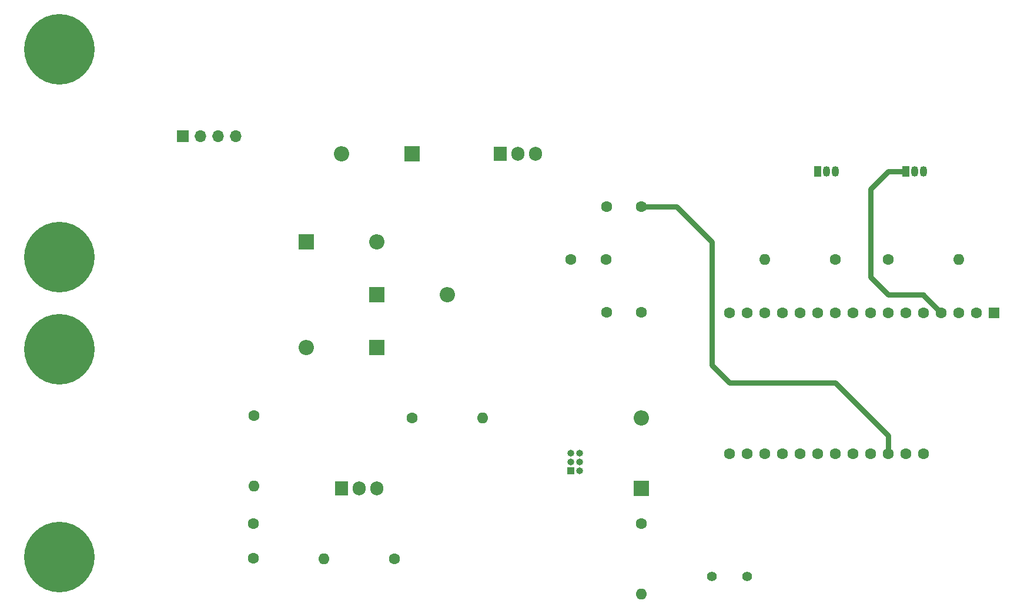
<source format=gbr>
%TF.GenerationSoftware,KiCad,Pcbnew,7.0.1*%
%TF.CreationDate,2023-06-24T23:24:17-03:00*%
%TF.ProjectId,Aquario_inteligente,41717561-7269-46f5-9f69-6e74656c6967,rev?*%
%TF.SameCoordinates,Original*%
%TF.FileFunction,Copper,L1,Top*%
%TF.FilePolarity,Positive*%
%FSLAX46Y46*%
G04 Gerber Fmt 4.6, Leading zero omitted, Abs format (unit mm)*
G04 Created by KiCad (PCBNEW 7.0.1) date 2023-06-24 23:24:17*
%MOMM*%
%LPD*%
G01*
G04 APERTURE LIST*
%TA.AperFunction,ComponentPad*%
%ADD10C,1.600000*%
%TD*%
%TA.AperFunction,ComponentPad*%
%ADD11C,1.400000*%
%TD*%
%TA.AperFunction,ComponentPad*%
%ADD12R,2.200000X2.200000*%
%TD*%
%TA.AperFunction,ComponentPad*%
%ADD13O,2.200000X2.200000*%
%TD*%
%TA.AperFunction,ComponentPad*%
%ADD14O,1.000000X1.000000*%
%TD*%
%TA.AperFunction,ComponentPad*%
%ADD15R,1.000000X1.000000*%
%TD*%
%TA.AperFunction,ComponentPad*%
%ADD16R,1.905000X2.000000*%
%TD*%
%TA.AperFunction,ComponentPad*%
%ADD17O,1.905000X2.000000*%
%TD*%
%TA.AperFunction,ComponentPad*%
%ADD18C,10.160000*%
%TD*%
%TA.AperFunction,ComponentPad*%
%ADD19O,1.600000X1.600000*%
%TD*%
%TA.AperFunction,ComponentPad*%
%ADD20R,1.050000X1.500000*%
%TD*%
%TA.AperFunction,ComponentPad*%
%ADD21O,1.050000X1.500000*%
%TD*%
%TA.AperFunction,ComponentPad*%
%ADD22R,1.700000X1.700000*%
%TD*%
%TA.AperFunction,ComponentPad*%
%ADD23O,1.700000X1.700000*%
%TD*%
%TA.AperFunction,ComponentPad*%
%ADD24R,1.600000X1.600000*%
%TD*%
%TA.AperFunction,Conductor*%
%ADD25C,0.800000*%
%TD*%
G04 APERTURE END LIST*
D10*
%TO.P,C2,1*%
%TO.N,Net-(D3-K)*%
X156210000Y-95250000D03*
%TO.P,C2,2*%
%TO.N,Net-(A1-GND)*%
X161210000Y-95250000D03*
%TD*%
D11*
%TO.P,J2,1,Pin_1*%
%TO.N,Net-(A1-SDA{slash}IO4)*%
X176530000Y-140970000D03*
%TD*%
D12*
%TO.P,D3,1,K*%
%TO.N,Net-(D3-K)*%
X128270000Y-107950000D03*
D13*
%TO.P,D3,2,A*%
%TO.N,Net-(D2-K)*%
X118110000Y-107950000D03*
%TD*%
D14*
%TO.P,U2,1*%
%TO.N,Net-(D5-K)*%
X157480000Y-125730000D03*
%TO.P,U2,2*%
%TO.N,Net-(A1-GND)*%
X157480000Y-124460000D03*
%TO.P,U2,3,NC*%
%TO.N,unconnected-(U2-NC-Pad3)*%
X157480000Y-123190000D03*
%TO.P,U2,4*%
%TO.N,Net-(Q1-G)*%
X156210000Y-123190000D03*
%TO.P,U2,5,NC*%
%TO.N,unconnected-(U2-NC-Pad5)*%
X156210000Y-124460000D03*
D15*
%TO.P,U2,6*%
%TO.N,Net-(R2-Pad2)*%
X156210000Y-125730000D03*
%TD*%
D16*
%TO.P,U1,1,VI*%
%TO.N,Net-(D3-K)*%
X146050000Y-80010000D03*
D17*
%TO.P,U1,2,GND*%
%TO.N,Net-(A1-GND)*%
X148590000Y-80010000D03*
%TO.P,U1,3,VO*%
%TO.N,Net-(A1-USB)*%
X151130000Y-80010000D03*
%TD*%
D10*
%TO.P,C4,1*%
%TO.N,Net-(J1-AC_P)*%
X110490000Y-138350000D03*
%TO.P,C4,2*%
%TO.N,Net-(C4-Pad2)*%
X110490000Y-133350000D03*
%TD*%
D18*
%TO.P,J1,1,AC_P*%
%TO.N,Net-(J1-AC_P)*%
X82550000Y-138190000D03*
%TO.P,J1,2,AC_N*%
%TO.N,Net-(J1-AC_N)*%
X82550000Y-108220000D03*
%TD*%
D10*
%TO.P,R1,1*%
%TO.N,Net-(D5-K)*%
X166370000Y-133350000D03*
D19*
%TO.P,R1,2*%
%TO.N,Net-(A1-IO2)*%
X166370000Y-143510000D03*
%TD*%
D10*
%TO.P,C1,1*%
%TO.N,Net-(A1-GND)*%
X161370000Y-87630000D03*
%TO.P,C1,2*%
%TO.N,Net-(A1-USB)*%
X166370000Y-87630000D03*
%TD*%
D18*
%TO.P,P1,1,AC_P*%
%TO.N,Net-(P1-AC_P)*%
X82550000Y-65010000D03*
%TO.P,P1,2,AC_N*%
%TO.N,Net-(J1-AC_N)*%
X82550000Y-94980000D03*
%TD*%
D20*
%TO.P,U3,1,GND*%
%TO.N,Net-(A1-GND)*%
X204470000Y-82550000D03*
D21*
%TO.P,U3,2,DQ*%
%TO.N,Net-(A1-IO16)*%
X205740000Y-82550000D03*
%TO.P,U3,3,V_{DD}*%
%TO.N,Net-(A1-3V3)*%
X207010000Y-82550000D03*
%TD*%
D10*
%TO.P,R4,1*%
%TO.N,Net-(P1-AC_P)*%
X110575000Y-117840000D03*
D19*
%TO.P,R4,2*%
%TO.N,Net-(C4-Pad2)*%
X110575000Y-128000000D03*
%TD*%
D11*
%TO.P,J3,1,Pin_1*%
%TO.N,Net-(A1-SCL{slash}IO5)*%
X181610000Y-140970000D03*
%TD*%
D10*
%TO.P,C3,1*%
%TO.N,Net-(D3-K)*%
X161370000Y-102870000D03*
%TO.P,C3,2*%
%TO.N,Net-(A1-GND)*%
X166370000Y-102870000D03*
%TD*%
D12*
%TO.P,D5,1,K*%
%TO.N,Net-(D5-K)*%
X166370000Y-128270000D03*
D13*
%TO.P,D5,2,A*%
%TO.N,Net-(A1-GND)*%
X166370000Y-118110000D03*
%TD*%
D10*
%TO.P,R6,1*%
%TO.N,Net-(A1-3V3)*%
X194310000Y-95250000D03*
D19*
%TO.P,R6,2*%
%TO.N,Net-(A1-IO0)*%
X184150000Y-95250000D03*
%TD*%
D20*
%TO.P,U4,1,GND*%
%TO.N,Net-(A1-GND)*%
X191770000Y-82550000D03*
D21*
%TO.P,U4,2,DQ*%
%TO.N,Net-(A1-IO0)*%
X193040000Y-82550000D03*
%TO.P,U4,3,V_{DD}*%
%TO.N,Net-(A1-3V3)*%
X194310000Y-82550000D03*
%TD*%
D10*
%TO.P,R3,1*%
%TO.N,Net-(Q1-G)*%
X130810000Y-138430000D03*
D19*
%TO.P,R3,2*%
%TO.N,Net-(J1-AC_P)*%
X120650000Y-138430000D03*
%TD*%
D10*
%TO.P,R5,1*%
%TO.N,Net-(A1-3V3)*%
X201930000Y-95250000D03*
D19*
%TO.P,R5,2*%
%TO.N,Net-(A1-IO16)*%
X212090000Y-95250000D03*
%TD*%
D22*
%TO.P,T1,1,AA*%
%TO.N,Net-(P1-AC_P)*%
X100330000Y-77470000D03*
D23*
%TO.P,T1,2,AB*%
%TO.N,Net-(J1-AC_N)*%
X102870000Y-77470000D03*
%TO.P,T1,3,SA*%
%TO.N,Net-(D2-K)*%
X105410000Y-77470000D03*
%TO.P,T1,4,SB*%
%TO.N,Net-(D1-K)*%
X107950000Y-77470000D03*
%TD*%
D12*
%TO.P,D2,1,K*%
%TO.N,Net-(D2-K)*%
X128270000Y-100330000D03*
D13*
%TO.P,D2,2,A*%
%TO.N,Net-(A1-GND)*%
X138430000Y-100330000D03*
%TD*%
D24*
%TO.P,A1,1,~{RESET}*%
%TO.N,unconnected-(A1-~{RESET}-Pad1)*%
X217170000Y-102977500D03*
D10*
%TO.P,A1,2,3V3*%
%TO.N,Net-(A1-3V3)*%
X214630000Y-102977500D03*
%TO.P,A1,3,NC*%
%TO.N,unconnected-(A1-NC-Pad3)*%
X212090000Y-102977500D03*
%TO.P,A1,4,GND*%
%TO.N,Net-(A1-GND)*%
X209550000Y-102977500D03*
%TO.P,A1,5,ADC*%
%TO.N,unconnected-(A1-ADC-Pad5)*%
X207010000Y-102977500D03*
%TO.P,A1,6,NC*%
%TO.N,unconnected-(A1-NC-Pad6)*%
X204470000Y-102977500D03*
%TO.P,A1,7,NC*%
%TO.N,unconnected-(A1-NC-Pad7)*%
X201930000Y-102977500D03*
%TO.P,A1,8,NC*%
%TO.N,unconnected-(A1-NC-Pad8)*%
X199390000Y-102977500D03*
%TO.P,A1,9,NC*%
%TO.N,unconnected-(A1-NC-Pad9)*%
X196850000Y-102977500D03*
%TO.P,A1,10,NC*%
%TO.N,unconnected-(A1-NC-Pad10)*%
X194310000Y-102977500D03*
%TO.P,A1,11,SCK/IO14*%
%TO.N,unconnected-(A1-SCK{slash}IO14-Pad11)*%
X191770000Y-102977500D03*
%TO.P,A1,12,MOSI/IO13*%
%TO.N,unconnected-(A1-MOSI{slash}IO13-Pad12)*%
X189230000Y-102977500D03*
%TO.P,A1,13,MISO/IO12*%
%TO.N,unconnected-(A1-MISO{slash}IO12-Pad13)*%
X186690000Y-102977500D03*
%TO.P,A1,14,RX/IO3*%
%TO.N,unconnected-(A1-RX{slash}IO3-Pad14)*%
X184150000Y-102977500D03*
%TO.P,A1,15,TX/IO1*%
%TO.N,unconnected-(A1-TX{slash}IO1-Pad15)*%
X181610000Y-102977500D03*
%TO.P,A1,16,CH_PD*%
%TO.N,unconnected-(A1-CH_PD-Pad16)*%
X179070000Y-102977500D03*
%TO.P,A1,17,SDA/IO4*%
%TO.N,Net-(A1-SDA{slash}IO4)*%
X179070000Y-123297500D03*
%TO.P,A1,18,SCL/IO5*%
%TO.N,Net-(A1-SCL{slash}IO5)*%
X181610000Y-123297500D03*
%TO.P,A1,19,IO2*%
%TO.N,Net-(A1-IO2)*%
X184150000Y-123297500D03*
%TO.P,A1,20,IO16*%
%TO.N,Net-(A1-IO16)*%
X186690000Y-123297500D03*
%TO.P,A1,21,IO0*%
%TO.N,Net-(A1-IO0)*%
X189230000Y-123297500D03*
%TO.P,A1,22,IO15*%
%TO.N,unconnected-(A1-IO15-Pad22)*%
X191770000Y-123297500D03*
%TO.P,A1,23,IO13/MOSI*%
%TO.N,unconnected-(A1-IO13{slash}MOSI-Pad23)*%
X194310000Y-123297500D03*
%TO.P,A1,24,IO12/MISO*%
%TO.N,unconnected-(A1-IO12{slash}MISO-Pad24)*%
X196850000Y-123297500D03*
%TO.P,A1,25,IO14/SCK*%
%TO.N,unconnected-(A1-IO14{slash}SCK-Pad25)*%
X199390000Y-123297500D03*
%TO.P,A1,26,USB*%
%TO.N,Net-(A1-USB)*%
X201930000Y-123297500D03*
%TO.P,A1,27,EN*%
%TO.N,unconnected-(A1-EN-Pad27)*%
X204470000Y-123297500D03*
%TO.P,A1,28,VBAT*%
%TO.N,unconnected-(A1-VBAT-Pad28)*%
X207010000Y-123297500D03*
%TD*%
D12*
%TO.P,D4,1,K*%
%TO.N,Net-(D3-K)*%
X133350000Y-80010000D03*
D13*
%TO.P,D4,2,A*%
%TO.N,Net-(D1-K)*%
X123190000Y-80010000D03*
%TD*%
D16*
%TO.P,Q1,1,A1*%
%TO.N,Net-(J1-AC_P)*%
X123190000Y-128270000D03*
D17*
%TO.P,Q1,2,A2*%
%TO.N,Net-(P1-AC_P)*%
X125730000Y-128270000D03*
%TO.P,Q1,3,G*%
%TO.N,Net-(Q1-G)*%
X128270000Y-128270000D03*
%TD*%
D10*
%TO.P,R2,1*%
%TO.N,Net-(P1-AC_P)*%
X133350000Y-118110000D03*
D19*
%TO.P,R2,2*%
%TO.N,Net-(R2-Pad2)*%
X143510000Y-118110000D03*
%TD*%
D12*
%TO.P,D1,1,K*%
%TO.N,Net-(D1-K)*%
X118110000Y-92710000D03*
D13*
%TO.P,D1,2,A*%
%TO.N,Net-(A1-GND)*%
X128270000Y-92710000D03*
%TD*%
D25*
%TO.N,Net-(A1-GND)*%
X204470000Y-82550000D02*
X201930000Y-82550000D01*
X207010000Y-100330000D02*
X207010000Y-100437500D01*
X201930000Y-82550000D02*
X199390000Y-85090000D01*
X201930000Y-100330000D02*
X207010000Y-100330000D01*
X199390000Y-85090000D02*
X199390000Y-97790000D01*
X199390000Y-97790000D02*
X201930000Y-100330000D01*
X207010000Y-100437500D02*
X209550000Y-102977500D01*
%TO.N,Net-(A1-USB)*%
X176530000Y-110490000D02*
X179070000Y-113030000D01*
X171450000Y-87630000D02*
X176530000Y-92710000D01*
X201930000Y-120650000D02*
X201930000Y-123297500D01*
X166370000Y-87630000D02*
X171450000Y-87630000D01*
X194310000Y-113030000D02*
X201930000Y-120650000D01*
X176530000Y-92710000D02*
X176530000Y-110490000D01*
X179070000Y-113030000D02*
X194310000Y-113030000D01*
%TD*%
M02*

</source>
